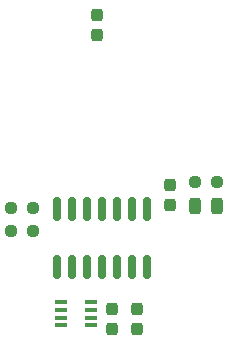
<source format=gtp>
%TF.GenerationSoftware,KiCad,Pcbnew,9.0.2*%
%TF.CreationDate,2025-11-28T20:50:14+01:00*%
%TF.ProjectId,stacja_pogodowa,73746163-6a61-45f7-906f-676f646f7761,rev?*%
%TF.SameCoordinates,Original*%
%TF.FileFunction,Paste,Top*%
%TF.FilePolarity,Positive*%
%FSLAX46Y46*%
G04 Gerber Fmt 4.6, Leading zero omitted, Abs format (unit mm)*
G04 Created by KiCad (PCBNEW 9.0.2) date 2025-11-28 20:50:14*
%MOMM*%
%LPD*%
G01*
G04 APERTURE LIST*
G04 Aperture macros list*
%AMRoundRect*
0 Rectangle with rounded corners*
0 $1 Rounding radius*
0 $2 $3 $4 $5 $6 $7 $8 $9 X,Y pos of 4 corners*
0 Add a 4 corners polygon primitive as box body*
4,1,4,$2,$3,$4,$5,$6,$7,$8,$9,$2,$3,0*
0 Add four circle primitives for the rounded corners*
1,1,$1+$1,$2,$3*
1,1,$1+$1,$4,$5*
1,1,$1+$1,$6,$7*
1,1,$1+$1,$8,$9*
0 Add four rect primitives between the rounded corners*
20,1,$1+$1,$2,$3,$4,$5,0*
20,1,$1+$1,$4,$5,$6,$7,0*
20,1,$1+$1,$6,$7,$8,$9,0*
20,1,$1+$1,$8,$9,$2,$3,0*%
G04 Aperture macros list end*
%ADD10RoundRect,0.243750X-0.243750X-0.456250X0.243750X-0.456250X0.243750X0.456250X-0.243750X0.456250X0*%
%ADD11RoundRect,0.237500X0.250000X0.237500X-0.250000X0.237500X-0.250000X-0.237500X0.250000X-0.237500X0*%
%ADD12R,1.000000X0.350000*%
%ADD13RoundRect,0.237500X-0.237500X0.300000X-0.237500X-0.300000X0.237500X-0.300000X0.237500X0.300000X0*%
%ADD14RoundRect,0.150000X-0.150000X0.825000X-0.150000X-0.825000X0.150000X-0.825000X0.150000X0.825000X0*%
%ADD15RoundRect,0.237500X0.237500X-0.300000X0.237500X0.300000X-0.237500X0.300000X-0.237500X-0.300000X0*%
G04 APERTURE END LIST*
D10*
%TO.C,D1*%
X86725000Y-38900000D03*
X88600000Y-38900000D03*
%TD*%
D11*
%TO.C,R3*%
X73000000Y-41000000D03*
X71175000Y-41000000D03*
%TD*%
%TO.C,R1*%
X88600000Y-36800000D03*
X86775000Y-36800000D03*
%TD*%
D12*
%TO.C,U3*%
X75400000Y-48975000D03*
X75400000Y-48325000D03*
X75400000Y-47675000D03*
X75400000Y-47025000D03*
X77950000Y-47025000D03*
X77950000Y-47675000D03*
X77950000Y-48325000D03*
X77950000Y-48975000D03*
%TD*%
D13*
%TO.C,C3*%
X81800000Y-47600000D03*
X81800000Y-49325000D03*
%TD*%
D14*
%TO.C,U2*%
X82710000Y-39125000D03*
X81440000Y-39125000D03*
X80170000Y-39125000D03*
X78900000Y-39125000D03*
X77630000Y-39125000D03*
X76360000Y-39125000D03*
X75090000Y-39125000D03*
X75090000Y-44075000D03*
X76360000Y-44075000D03*
X77630000Y-44075000D03*
X78900000Y-44075000D03*
X80170000Y-44075000D03*
X81440000Y-44075000D03*
X82710000Y-44075000D03*
%TD*%
D13*
%TO.C,C1*%
X84600000Y-37075000D03*
X84600000Y-38800000D03*
%TD*%
%TO.C,C4*%
X79700000Y-47562500D03*
X79700000Y-49287500D03*
%TD*%
D15*
%TO.C,C2*%
X78400000Y-24400000D03*
X78400000Y-22675000D03*
%TD*%
D11*
%TO.C,R2*%
X73000000Y-39000000D03*
X71175000Y-39000000D03*
%TD*%
M02*

</source>
